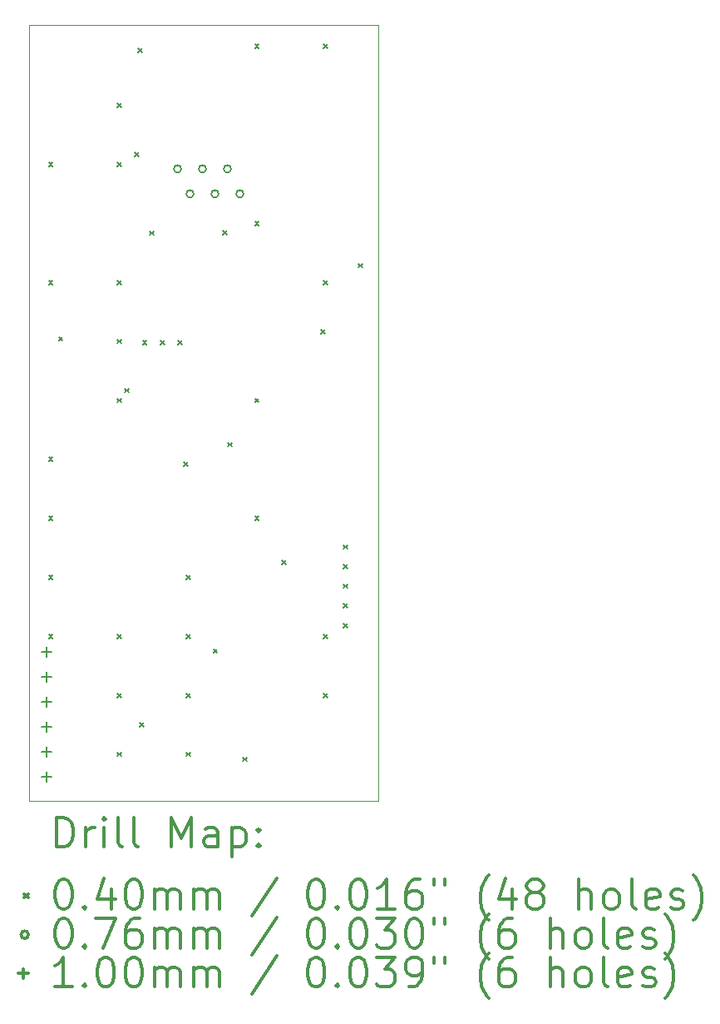
<source format=gbr>
%FSLAX45Y45*%
G04 Gerber Fmt 4.5, Leading zero omitted, Abs format (unit mm)*
G04 Created by KiCad (PCBNEW (5.1.7)-1) date 2021-04-23 15:20:27*
%MOMM*%
%LPD*%
G01*
G04 APERTURE LIST*
%TA.AperFunction,Profile*%
%ADD10C,0.050000*%
%TD*%
%ADD11C,0.200000*%
%ADD12C,0.300000*%
G04 APERTURE END LIST*
D10*
X6600000Y-6530000D02*
X6600000Y-7075000D01*
X10160000Y-7075000D02*
X10160000Y-6530000D01*
X10160000Y-6530000D02*
X10100000Y-6530000D01*
X10100000Y-14425000D02*
X10160000Y-14425000D01*
X6600000Y-6530000D02*
X10100000Y-6530000D01*
X6600000Y-14425000D02*
X10100000Y-14425000D01*
X10160000Y-14425000D02*
X10160000Y-7075000D01*
X6600000Y-7075000D02*
X6600000Y-14425000D01*
D11*
X6805000Y-7930000D02*
X6845000Y-7970000D01*
X6845000Y-7930000D02*
X6805000Y-7970000D01*
X6805000Y-9130000D02*
X6845000Y-9170000D01*
X6845000Y-9130000D02*
X6805000Y-9170000D01*
X6805000Y-10930000D02*
X6845000Y-10970000D01*
X6845000Y-10930000D02*
X6805000Y-10970000D01*
X6805000Y-11530000D02*
X6845000Y-11570000D01*
X6845000Y-11530000D02*
X6805000Y-11570000D01*
X6805000Y-12130000D02*
X6845000Y-12170000D01*
X6845000Y-12130000D02*
X6805000Y-12170000D01*
X6805000Y-12730000D02*
X6845000Y-12770000D01*
X6845000Y-12730000D02*
X6805000Y-12770000D01*
X6905000Y-9705000D02*
X6945000Y-9745000D01*
X6945000Y-9705000D02*
X6905000Y-9745000D01*
X7505000Y-7330000D02*
X7545000Y-7370000D01*
X7545000Y-7330000D02*
X7505000Y-7370000D01*
X7505000Y-7930000D02*
X7545000Y-7970000D01*
X7545000Y-7930000D02*
X7505000Y-7970000D01*
X7505000Y-9130000D02*
X7545000Y-9170000D01*
X7545000Y-9130000D02*
X7505000Y-9170000D01*
X7505000Y-9730000D02*
X7545000Y-9770000D01*
X7545000Y-9730000D02*
X7505000Y-9770000D01*
X7505000Y-10330000D02*
X7545000Y-10370000D01*
X7545000Y-10330000D02*
X7505000Y-10370000D01*
X7505000Y-12730000D02*
X7545000Y-12770000D01*
X7545000Y-12730000D02*
X7505000Y-12770000D01*
X7505000Y-13330000D02*
X7545000Y-13370000D01*
X7545000Y-13330000D02*
X7505000Y-13370000D01*
X7505000Y-13930000D02*
X7545000Y-13970000D01*
X7545000Y-13930000D02*
X7505000Y-13970000D01*
X7580000Y-10230000D02*
X7620000Y-10270000D01*
X7620000Y-10230000D02*
X7580000Y-10270000D01*
X7680000Y-7830000D02*
X7720000Y-7870000D01*
X7720000Y-7830000D02*
X7680000Y-7870000D01*
X7715000Y-6770000D02*
X7755000Y-6810000D01*
X7755000Y-6770000D02*
X7715000Y-6810000D01*
X7730000Y-13630000D02*
X7770000Y-13670000D01*
X7770000Y-13630000D02*
X7730000Y-13670000D01*
X7760000Y-9740000D02*
X7800000Y-9780000D01*
X7800000Y-9740000D02*
X7760000Y-9780000D01*
X7830000Y-8630000D02*
X7870000Y-8670000D01*
X7870000Y-8630000D02*
X7830000Y-8670000D01*
X7940000Y-9740000D02*
X7980000Y-9780000D01*
X7980000Y-9740000D02*
X7940000Y-9780000D01*
X8120000Y-9740000D02*
X8160000Y-9780000D01*
X8160000Y-9740000D02*
X8120000Y-9780000D01*
X8180000Y-10980000D02*
X8220000Y-11020000D01*
X8220000Y-10980000D02*
X8180000Y-11020000D01*
X8205000Y-12130000D02*
X8245000Y-12170000D01*
X8245000Y-12130000D02*
X8205000Y-12170000D01*
X8205000Y-12730000D02*
X8245000Y-12770000D01*
X8245000Y-12730000D02*
X8205000Y-12770000D01*
X8205000Y-13330000D02*
X8245000Y-13370000D01*
X8245000Y-13330000D02*
X8205000Y-13370000D01*
X8205000Y-13930000D02*
X8245000Y-13970000D01*
X8245000Y-13930000D02*
X8205000Y-13970000D01*
X8480000Y-12880000D02*
X8520000Y-12920000D01*
X8520000Y-12880000D02*
X8480000Y-12920000D01*
X8580000Y-8625000D02*
X8620000Y-8665000D01*
X8620000Y-8625000D02*
X8580000Y-8665000D01*
X8630000Y-10780000D02*
X8670000Y-10820000D01*
X8670000Y-10780000D02*
X8630000Y-10820000D01*
X8780000Y-13980000D02*
X8820000Y-14020000D01*
X8820000Y-13980000D02*
X8780000Y-14020000D01*
X8905000Y-6730000D02*
X8945000Y-6770000D01*
X8945000Y-6730000D02*
X8905000Y-6770000D01*
X8905000Y-8530000D02*
X8945000Y-8570000D01*
X8945000Y-8530000D02*
X8905000Y-8570000D01*
X8905000Y-10330000D02*
X8945000Y-10370000D01*
X8945000Y-10330000D02*
X8905000Y-10370000D01*
X8905000Y-11530000D02*
X8945000Y-11570000D01*
X8945000Y-11530000D02*
X8905000Y-11570000D01*
X9180000Y-11980000D02*
X9220000Y-12020000D01*
X9220000Y-11980000D02*
X9180000Y-12020000D01*
X9580000Y-9630000D02*
X9620000Y-9670000D01*
X9620000Y-9630000D02*
X9580000Y-9670000D01*
X9605000Y-6730000D02*
X9645000Y-6770000D01*
X9645000Y-6730000D02*
X9605000Y-6770000D01*
X9605000Y-9130000D02*
X9645000Y-9170000D01*
X9645000Y-9130000D02*
X9605000Y-9170000D01*
X9605000Y-12730000D02*
X9645000Y-12770000D01*
X9645000Y-12730000D02*
X9605000Y-12770000D01*
X9605000Y-13330000D02*
X9645000Y-13370000D01*
X9645000Y-13330000D02*
X9605000Y-13370000D01*
X9807501Y-11820000D02*
X9847501Y-11860000D01*
X9847501Y-11820000D02*
X9807501Y-11860000D01*
X9807501Y-12020000D02*
X9847501Y-12060000D01*
X9847501Y-12020000D02*
X9807501Y-12060000D01*
X9807501Y-12220000D02*
X9847501Y-12260000D01*
X9847501Y-12220000D02*
X9807501Y-12260000D01*
X9807501Y-12420000D02*
X9847501Y-12460000D01*
X9847501Y-12420000D02*
X9807501Y-12460000D01*
X9807501Y-12620000D02*
X9847501Y-12660000D01*
X9847501Y-12620000D02*
X9807501Y-12660000D01*
X9960000Y-8960000D02*
X10000000Y-9000000D01*
X10000000Y-8960000D02*
X9960000Y-9000000D01*
X8153000Y-7996000D02*
G75*
G03*
X8153000Y-7996000I-38000J0D01*
G01*
X8280000Y-8250000D02*
G75*
G03*
X8280000Y-8250000I-38000J0D01*
G01*
X8407000Y-7996000D02*
G75*
G03*
X8407000Y-7996000I-38000J0D01*
G01*
X8534000Y-8250000D02*
G75*
G03*
X8534000Y-8250000I-38000J0D01*
G01*
X8661000Y-7996000D02*
G75*
G03*
X8661000Y-7996000I-38000J0D01*
G01*
X8788000Y-8250000D02*
G75*
G03*
X8788000Y-8250000I-38000J0D01*
G01*
X6780000Y-12855000D02*
X6780000Y-12955000D01*
X6730000Y-12905000D02*
X6830000Y-12905000D01*
X6780000Y-13109000D02*
X6780000Y-13209000D01*
X6730000Y-13159000D02*
X6830000Y-13159000D01*
X6780000Y-13363000D02*
X6780000Y-13463000D01*
X6730000Y-13413000D02*
X6830000Y-13413000D01*
X6780000Y-13617000D02*
X6780000Y-13717000D01*
X6730000Y-13667000D02*
X6830000Y-13667000D01*
X6780000Y-13871000D02*
X6780000Y-13971000D01*
X6730000Y-13921000D02*
X6830000Y-13921000D01*
X6780000Y-14125000D02*
X6780000Y-14225000D01*
X6730000Y-14175000D02*
X6830000Y-14175000D01*
D12*
X6883928Y-14893214D02*
X6883928Y-14593214D01*
X6955357Y-14593214D01*
X6998214Y-14607500D01*
X7026786Y-14636071D01*
X7041071Y-14664643D01*
X7055357Y-14721786D01*
X7055357Y-14764643D01*
X7041071Y-14821786D01*
X7026786Y-14850357D01*
X6998214Y-14878929D01*
X6955357Y-14893214D01*
X6883928Y-14893214D01*
X7183928Y-14893214D02*
X7183928Y-14693214D01*
X7183928Y-14750357D02*
X7198214Y-14721786D01*
X7212500Y-14707500D01*
X7241071Y-14693214D01*
X7269643Y-14693214D01*
X7369643Y-14893214D02*
X7369643Y-14693214D01*
X7369643Y-14593214D02*
X7355357Y-14607500D01*
X7369643Y-14621786D01*
X7383928Y-14607500D01*
X7369643Y-14593214D01*
X7369643Y-14621786D01*
X7555357Y-14893214D02*
X7526786Y-14878929D01*
X7512500Y-14850357D01*
X7512500Y-14593214D01*
X7712500Y-14893214D02*
X7683928Y-14878929D01*
X7669643Y-14850357D01*
X7669643Y-14593214D01*
X8055357Y-14893214D02*
X8055357Y-14593214D01*
X8155357Y-14807500D01*
X8255357Y-14593214D01*
X8255357Y-14893214D01*
X8526786Y-14893214D02*
X8526786Y-14736071D01*
X8512500Y-14707500D01*
X8483928Y-14693214D01*
X8426786Y-14693214D01*
X8398214Y-14707500D01*
X8526786Y-14878929D02*
X8498214Y-14893214D01*
X8426786Y-14893214D01*
X8398214Y-14878929D01*
X8383928Y-14850357D01*
X8383928Y-14821786D01*
X8398214Y-14793214D01*
X8426786Y-14778929D01*
X8498214Y-14778929D01*
X8526786Y-14764643D01*
X8669643Y-14693214D02*
X8669643Y-14993214D01*
X8669643Y-14707500D02*
X8698214Y-14693214D01*
X8755357Y-14693214D01*
X8783928Y-14707500D01*
X8798214Y-14721786D01*
X8812500Y-14750357D01*
X8812500Y-14836071D01*
X8798214Y-14864643D01*
X8783928Y-14878929D01*
X8755357Y-14893214D01*
X8698214Y-14893214D01*
X8669643Y-14878929D01*
X8941071Y-14864643D02*
X8955357Y-14878929D01*
X8941071Y-14893214D01*
X8926786Y-14878929D01*
X8941071Y-14864643D01*
X8941071Y-14893214D01*
X8941071Y-14707500D02*
X8955357Y-14721786D01*
X8941071Y-14736071D01*
X8926786Y-14721786D01*
X8941071Y-14707500D01*
X8941071Y-14736071D01*
X6557500Y-15367500D02*
X6597500Y-15407500D01*
X6597500Y-15367500D02*
X6557500Y-15407500D01*
X6941071Y-15223214D02*
X6969643Y-15223214D01*
X6998214Y-15237500D01*
X7012500Y-15251786D01*
X7026786Y-15280357D01*
X7041071Y-15337500D01*
X7041071Y-15408929D01*
X7026786Y-15466071D01*
X7012500Y-15494643D01*
X6998214Y-15508929D01*
X6969643Y-15523214D01*
X6941071Y-15523214D01*
X6912500Y-15508929D01*
X6898214Y-15494643D01*
X6883928Y-15466071D01*
X6869643Y-15408929D01*
X6869643Y-15337500D01*
X6883928Y-15280357D01*
X6898214Y-15251786D01*
X6912500Y-15237500D01*
X6941071Y-15223214D01*
X7169643Y-15494643D02*
X7183928Y-15508929D01*
X7169643Y-15523214D01*
X7155357Y-15508929D01*
X7169643Y-15494643D01*
X7169643Y-15523214D01*
X7441071Y-15323214D02*
X7441071Y-15523214D01*
X7369643Y-15208929D02*
X7298214Y-15423214D01*
X7483928Y-15423214D01*
X7655357Y-15223214D02*
X7683928Y-15223214D01*
X7712500Y-15237500D01*
X7726786Y-15251786D01*
X7741071Y-15280357D01*
X7755357Y-15337500D01*
X7755357Y-15408929D01*
X7741071Y-15466071D01*
X7726786Y-15494643D01*
X7712500Y-15508929D01*
X7683928Y-15523214D01*
X7655357Y-15523214D01*
X7626786Y-15508929D01*
X7612500Y-15494643D01*
X7598214Y-15466071D01*
X7583928Y-15408929D01*
X7583928Y-15337500D01*
X7598214Y-15280357D01*
X7612500Y-15251786D01*
X7626786Y-15237500D01*
X7655357Y-15223214D01*
X7883928Y-15523214D02*
X7883928Y-15323214D01*
X7883928Y-15351786D02*
X7898214Y-15337500D01*
X7926786Y-15323214D01*
X7969643Y-15323214D01*
X7998214Y-15337500D01*
X8012500Y-15366071D01*
X8012500Y-15523214D01*
X8012500Y-15366071D02*
X8026786Y-15337500D01*
X8055357Y-15323214D01*
X8098214Y-15323214D01*
X8126786Y-15337500D01*
X8141071Y-15366071D01*
X8141071Y-15523214D01*
X8283928Y-15523214D02*
X8283928Y-15323214D01*
X8283928Y-15351786D02*
X8298214Y-15337500D01*
X8326786Y-15323214D01*
X8369643Y-15323214D01*
X8398214Y-15337500D01*
X8412500Y-15366071D01*
X8412500Y-15523214D01*
X8412500Y-15366071D02*
X8426786Y-15337500D01*
X8455357Y-15323214D01*
X8498214Y-15323214D01*
X8526786Y-15337500D01*
X8541071Y-15366071D01*
X8541071Y-15523214D01*
X9126786Y-15208929D02*
X8869643Y-15594643D01*
X9512500Y-15223214D02*
X9541071Y-15223214D01*
X9569643Y-15237500D01*
X9583928Y-15251786D01*
X9598214Y-15280357D01*
X9612500Y-15337500D01*
X9612500Y-15408929D01*
X9598214Y-15466071D01*
X9583928Y-15494643D01*
X9569643Y-15508929D01*
X9541071Y-15523214D01*
X9512500Y-15523214D01*
X9483928Y-15508929D01*
X9469643Y-15494643D01*
X9455357Y-15466071D01*
X9441071Y-15408929D01*
X9441071Y-15337500D01*
X9455357Y-15280357D01*
X9469643Y-15251786D01*
X9483928Y-15237500D01*
X9512500Y-15223214D01*
X9741071Y-15494643D02*
X9755357Y-15508929D01*
X9741071Y-15523214D01*
X9726786Y-15508929D01*
X9741071Y-15494643D01*
X9741071Y-15523214D01*
X9941071Y-15223214D02*
X9969643Y-15223214D01*
X9998214Y-15237500D01*
X10012500Y-15251786D01*
X10026786Y-15280357D01*
X10041071Y-15337500D01*
X10041071Y-15408929D01*
X10026786Y-15466071D01*
X10012500Y-15494643D01*
X9998214Y-15508929D01*
X9969643Y-15523214D01*
X9941071Y-15523214D01*
X9912500Y-15508929D01*
X9898214Y-15494643D01*
X9883928Y-15466071D01*
X9869643Y-15408929D01*
X9869643Y-15337500D01*
X9883928Y-15280357D01*
X9898214Y-15251786D01*
X9912500Y-15237500D01*
X9941071Y-15223214D01*
X10326786Y-15523214D02*
X10155357Y-15523214D01*
X10241071Y-15523214D02*
X10241071Y-15223214D01*
X10212500Y-15266071D01*
X10183928Y-15294643D01*
X10155357Y-15308929D01*
X10583928Y-15223214D02*
X10526786Y-15223214D01*
X10498214Y-15237500D01*
X10483928Y-15251786D01*
X10455357Y-15294643D01*
X10441071Y-15351786D01*
X10441071Y-15466071D01*
X10455357Y-15494643D01*
X10469643Y-15508929D01*
X10498214Y-15523214D01*
X10555357Y-15523214D01*
X10583928Y-15508929D01*
X10598214Y-15494643D01*
X10612500Y-15466071D01*
X10612500Y-15394643D01*
X10598214Y-15366071D01*
X10583928Y-15351786D01*
X10555357Y-15337500D01*
X10498214Y-15337500D01*
X10469643Y-15351786D01*
X10455357Y-15366071D01*
X10441071Y-15394643D01*
X10726786Y-15223214D02*
X10726786Y-15280357D01*
X10841071Y-15223214D02*
X10841071Y-15280357D01*
X11283928Y-15637500D02*
X11269643Y-15623214D01*
X11241071Y-15580357D01*
X11226786Y-15551786D01*
X11212500Y-15508929D01*
X11198214Y-15437500D01*
X11198214Y-15380357D01*
X11212500Y-15308929D01*
X11226786Y-15266071D01*
X11241071Y-15237500D01*
X11269643Y-15194643D01*
X11283928Y-15180357D01*
X11526786Y-15323214D02*
X11526786Y-15523214D01*
X11455357Y-15208929D02*
X11383928Y-15423214D01*
X11569643Y-15423214D01*
X11726786Y-15351786D02*
X11698214Y-15337500D01*
X11683928Y-15323214D01*
X11669643Y-15294643D01*
X11669643Y-15280357D01*
X11683928Y-15251786D01*
X11698214Y-15237500D01*
X11726786Y-15223214D01*
X11783928Y-15223214D01*
X11812500Y-15237500D01*
X11826786Y-15251786D01*
X11841071Y-15280357D01*
X11841071Y-15294643D01*
X11826786Y-15323214D01*
X11812500Y-15337500D01*
X11783928Y-15351786D01*
X11726786Y-15351786D01*
X11698214Y-15366071D01*
X11683928Y-15380357D01*
X11669643Y-15408929D01*
X11669643Y-15466071D01*
X11683928Y-15494643D01*
X11698214Y-15508929D01*
X11726786Y-15523214D01*
X11783928Y-15523214D01*
X11812500Y-15508929D01*
X11826786Y-15494643D01*
X11841071Y-15466071D01*
X11841071Y-15408929D01*
X11826786Y-15380357D01*
X11812500Y-15366071D01*
X11783928Y-15351786D01*
X12198214Y-15523214D02*
X12198214Y-15223214D01*
X12326786Y-15523214D02*
X12326786Y-15366071D01*
X12312500Y-15337500D01*
X12283928Y-15323214D01*
X12241071Y-15323214D01*
X12212500Y-15337500D01*
X12198214Y-15351786D01*
X12512500Y-15523214D02*
X12483928Y-15508929D01*
X12469643Y-15494643D01*
X12455357Y-15466071D01*
X12455357Y-15380357D01*
X12469643Y-15351786D01*
X12483928Y-15337500D01*
X12512500Y-15323214D01*
X12555357Y-15323214D01*
X12583928Y-15337500D01*
X12598214Y-15351786D01*
X12612500Y-15380357D01*
X12612500Y-15466071D01*
X12598214Y-15494643D01*
X12583928Y-15508929D01*
X12555357Y-15523214D01*
X12512500Y-15523214D01*
X12783928Y-15523214D02*
X12755357Y-15508929D01*
X12741071Y-15480357D01*
X12741071Y-15223214D01*
X13012500Y-15508929D02*
X12983928Y-15523214D01*
X12926786Y-15523214D01*
X12898214Y-15508929D01*
X12883928Y-15480357D01*
X12883928Y-15366071D01*
X12898214Y-15337500D01*
X12926786Y-15323214D01*
X12983928Y-15323214D01*
X13012500Y-15337500D01*
X13026786Y-15366071D01*
X13026786Y-15394643D01*
X12883928Y-15423214D01*
X13141071Y-15508929D02*
X13169643Y-15523214D01*
X13226786Y-15523214D01*
X13255357Y-15508929D01*
X13269643Y-15480357D01*
X13269643Y-15466071D01*
X13255357Y-15437500D01*
X13226786Y-15423214D01*
X13183928Y-15423214D01*
X13155357Y-15408929D01*
X13141071Y-15380357D01*
X13141071Y-15366071D01*
X13155357Y-15337500D01*
X13183928Y-15323214D01*
X13226786Y-15323214D01*
X13255357Y-15337500D01*
X13369643Y-15637500D02*
X13383928Y-15623214D01*
X13412500Y-15580357D01*
X13426786Y-15551786D01*
X13441071Y-15508929D01*
X13455357Y-15437500D01*
X13455357Y-15380357D01*
X13441071Y-15308929D01*
X13426786Y-15266071D01*
X13412500Y-15237500D01*
X13383928Y-15194643D01*
X13369643Y-15180357D01*
X6597500Y-15783500D02*
G75*
G03*
X6597500Y-15783500I-38000J0D01*
G01*
X6941071Y-15619214D02*
X6969643Y-15619214D01*
X6998214Y-15633500D01*
X7012500Y-15647786D01*
X7026786Y-15676357D01*
X7041071Y-15733500D01*
X7041071Y-15804929D01*
X7026786Y-15862071D01*
X7012500Y-15890643D01*
X6998214Y-15904929D01*
X6969643Y-15919214D01*
X6941071Y-15919214D01*
X6912500Y-15904929D01*
X6898214Y-15890643D01*
X6883928Y-15862071D01*
X6869643Y-15804929D01*
X6869643Y-15733500D01*
X6883928Y-15676357D01*
X6898214Y-15647786D01*
X6912500Y-15633500D01*
X6941071Y-15619214D01*
X7169643Y-15890643D02*
X7183928Y-15904929D01*
X7169643Y-15919214D01*
X7155357Y-15904929D01*
X7169643Y-15890643D01*
X7169643Y-15919214D01*
X7283928Y-15619214D02*
X7483928Y-15619214D01*
X7355357Y-15919214D01*
X7726786Y-15619214D02*
X7669643Y-15619214D01*
X7641071Y-15633500D01*
X7626786Y-15647786D01*
X7598214Y-15690643D01*
X7583928Y-15747786D01*
X7583928Y-15862071D01*
X7598214Y-15890643D01*
X7612500Y-15904929D01*
X7641071Y-15919214D01*
X7698214Y-15919214D01*
X7726786Y-15904929D01*
X7741071Y-15890643D01*
X7755357Y-15862071D01*
X7755357Y-15790643D01*
X7741071Y-15762071D01*
X7726786Y-15747786D01*
X7698214Y-15733500D01*
X7641071Y-15733500D01*
X7612500Y-15747786D01*
X7598214Y-15762071D01*
X7583928Y-15790643D01*
X7883928Y-15919214D02*
X7883928Y-15719214D01*
X7883928Y-15747786D02*
X7898214Y-15733500D01*
X7926786Y-15719214D01*
X7969643Y-15719214D01*
X7998214Y-15733500D01*
X8012500Y-15762071D01*
X8012500Y-15919214D01*
X8012500Y-15762071D02*
X8026786Y-15733500D01*
X8055357Y-15719214D01*
X8098214Y-15719214D01*
X8126786Y-15733500D01*
X8141071Y-15762071D01*
X8141071Y-15919214D01*
X8283928Y-15919214D02*
X8283928Y-15719214D01*
X8283928Y-15747786D02*
X8298214Y-15733500D01*
X8326786Y-15719214D01*
X8369643Y-15719214D01*
X8398214Y-15733500D01*
X8412500Y-15762071D01*
X8412500Y-15919214D01*
X8412500Y-15762071D02*
X8426786Y-15733500D01*
X8455357Y-15719214D01*
X8498214Y-15719214D01*
X8526786Y-15733500D01*
X8541071Y-15762071D01*
X8541071Y-15919214D01*
X9126786Y-15604929D02*
X8869643Y-15990643D01*
X9512500Y-15619214D02*
X9541071Y-15619214D01*
X9569643Y-15633500D01*
X9583928Y-15647786D01*
X9598214Y-15676357D01*
X9612500Y-15733500D01*
X9612500Y-15804929D01*
X9598214Y-15862071D01*
X9583928Y-15890643D01*
X9569643Y-15904929D01*
X9541071Y-15919214D01*
X9512500Y-15919214D01*
X9483928Y-15904929D01*
X9469643Y-15890643D01*
X9455357Y-15862071D01*
X9441071Y-15804929D01*
X9441071Y-15733500D01*
X9455357Y-15676357D01*
X9469643Y-15647786D01*
X9483928Y-15633500D01*
X9512500Y-15619214D01*
X9741071Y-15890643D02*
X9755357Y-15904929D01*
X9741071Y-15919214D01*
X9726786Y-15904929D01*
X9741071Y-15890643D01*
X9741071Y-15919214D01*
X9941071Y-15619214D02*
X9969643Y-15619214D01*
X9998214Y-15633500D01*
X10012500Y-15647786D01*
X10026786Y-15676357D01*
X10041071Y-15733500D01*
X10041071Y-15804929D01*
X10026786Y-15862071D01*
X10012500Y-15890643D01*
X9998214Y-15904929D01*
X9969643Y-15919214D01*
X9941071Y-15919214D01*
X9912500Y-15904929D01*
X9898214Y-15890643D01*
X9883928Y-15862071D01*
X9869643Y-15804929D01*
X9869643Y-15733500D01*
X9883928Y-15676357D01*
X9898214Y-15647786D01*
X9912500Y-15633500D01*
X9941071Y-15619214D01*
X10141071Y-15619214D02*
X10326786Y-15619214D01*
X10226786Y-15733500D01*
X10269643Y-15733500D01*
X10298214Y-15747786D01*
X10312500Y-15762071D01*
X10326786Y-15790643D01*
X10326786Y-15862071D01*
X10312500Y-15890643D01*
X10298214Y-15904929D01*
X10269643Y-15919214D01*
X10183928Y-15919214D01*
X10155357Y-15904929D01*
X10141071Y-15890643D01*
X10512500Y-15619214D02*
X10541071Y-15619214D01*
X10569643Y-15633500D01*
X10583928Y-15647786D01*
X10598214Y-15676357D01*
X10612500Y-15733500D01*
X10612500Y-15804929D01*
X10598214Y-15862071D01*
X10583928Y-15890643D01*
X10569643Y-15904929D01*
X10541071Y-15919214D01*
X10512500Y-15919214D01*
X10483928Y-15904929D01*
X10469643Y-15890643D01*
X10455357Y-15862071D01*
X10441071Y-15804929D01*
X10441071Y-15733500D01*
X10455357Y-15676357D01*
X10469643Y-15647786D01*
X10483928Y-15633500D01*
X10512500Y-15619214D01*
X10726786Y-15619214D02*
X10726786Y-15676357D01*
X10841071Y-15619214D02*
X10841071Y-15676357D01*
X11283928Y-16033500D02*
X11269643Y-16019214D01*
X11241071Y-15976357D01*
X11226786Y-15947786D01*
X11212500Y-15904929D01*
X11198214Y-15833500D01*
X11198214Y-15776357D01*
X11212500Y-15704929D01*
X11226786Y-15662071D01*
X11241071Y-15633500D01*
X11269643Y-15590643D01*
X11283928Y-15576357D01*
X11526786Y-15619214D02*
X11469643Y-15619214D01*
X11441071Y-15633500D01*
X11426786Y-15647786D01*
X11398214Y-15690643D01*
X11383928Y-15747786D01*
X11383928Y-15862071D01*
X11398214Y-15890643D01*
X11412500Y-15904929D01*
X11441071Y-15919214D01*
X11498214Y-15919214D01*
X11526786Y-15904929D01*
X11541071Y-15890643D01*
X11555357Y-15862071D01*
X11555357Y-15790643D01*
X11541071Y-15762071D01*
X11526786Y-15747786D01*
X11498214Y-15733500D01*
X11441071Y-15733500D01*
X11412500Y-15747786D01*
X11398214Y-15762071D01*
X11383928Y-15790643D01*
X11912500Y-15919214D02*
X11912500Y-15619214D01*
X12041071Y-15919214D02*
X12041071Y-15762071D01*
X12026786Y-15733500D01*
X11998214Y-15719214D01*
X11955357Y-15719214D01*
X11926786Y-15733500D01*
X11912500Y-15747786D01*
X12226786Y-15919214D02*
X12198214Y-15904929D01*
X12183928Y-15890643D01*
X12169643Y-15862071D01*
X12169643Y-15776357D01*
X12183928Y-15747786D01*
X12198214Y-15733500D01*
X12226786Y-15719214D01*
X12269643Y-15719214D01*
X12298214Y-15733500D01*
X12312500Y-15747786D01*
X12326786Y-15776357D01*
X12326786Y-15862071D01*
X12312500Y-15890643D01*
X12298214Y-15904929D01*
X12269643Y-15919214D01*
X12226786Y-15919214D01*
X12498214Y-15919214D02*
X12469643Y-15904929D01*
X12455357Y-15876357D01*
X12455357Y-15619214D01*
X12726786Y-15904929D02*
X12698214Y-15919214D01*
X12641071Y-15919214D01*
X12612500Y-15904929D01*
X12598214Y-15876357D01*
X12598214Y-15762071D01*
X12612500Y-15733500D01*
X12641071Y-15719214D01*
X12698214Y-15719214D01*
X12726786Y-15733500D01*
X12741071Y-15762071D01*
X12741071Y-15790643D01*
X12598214Y-15819214D01*
X12855357Y-15904929D02*
X12883928Y-15919214D01*
X12941071Y-15919214D01*
X12969643Y-15904929D01*
X12983928Y-15876357D01*
X12983928Y-15862071D01*
X12969643Y-15833500D01*
X12941071Y-15819214D01*
X12898214Y-15819214D01*
X12869643Y-15804929D01*
X12855357Y-15776357D01*
X12855357Y-15762071D01*
X12869643Y-15733500D01*
X12898214Y-15719214D01*
X12941071Y-15719214D01*
X12969643Y-15733500D01*
X13083928Y-16033500D02*
X13098214Y-16019214D01*
X13126786Y-15976357D01*
X13141071Y-15947786D01*
X13155357Y-15904929D01*
X13169643Y-15833500D01*
X13169643Y-15776357D01*
X13155357Y-15704929D01*
X13141071Y-15662071D01*
X13126786Y-15633500D01*
X13098214Y-15590643D01*
X13083928Y-15576357D01*
X6547500Y-16129500D02*
X6547500Y-16229500D01*
X6497500Y-16179500D02*
X6597500Y-16179500D01*
X7041071Y-16315214D02*
X6869643Y-16315214D01*
X6955357Y-16315214D02*
X6955357Y-16015214D01*
X6926786Y-16058071D01*
X6898214Y-16086643D01*
X6869643Y-16100929D01*
X7169643Y-16286643D02*
X7183928Y-16300929D01*
X7169643Y-16315214D01*
X7155357Y-16300929D01*
X7169643Y-16286643D01*
X7169643Y-16315214D01*
X7369643Y-16015214D02*
X7398214Y-16015214D01*
X7426786Y-16029500D01*
X7441071Y-16043786D01*
X7455357Y-16072357D01*
X7469643Y-16129500D01*
X7469643Y-16200929D01*
X7455357Y-16258071D01*
X7441071Y-16286643D01*
X7426786Y-16300929D01*
X7398214Y-16315214D01*
X7369643Y-16315214D01*
X7341071Y-16300929D01*
X7326786Y-16286643D01*
X7312500Y-16258071D01*
X7298214Y-16200929D01*
X7298214Y-16129500D01*
X7312500Y-16072357D01*
X7326786Y-16043786D01*
X7341071Y-16029500D01*
X7369643Y-16015214D01*
X7655357Y-16015214D02*
X7683928Y-16015214D01*
X7712500Y-16029500D01*
X7726786Y-16043786D01*
X7741071Y-16072357D01*
X7755357Y-16129500D01*
X7755357Y-16200929D01*
X7741071Y-16258071D01*
X7726786Y-16286643D01*
X7712500Y-16300929D01*
X7683928Y-16315214D01*
X7655357Y-16315214D01*
X7626786Y-16300929D01*
X7612500Y-16286643D01*
X7598214Y-16258071D01*
X7583928Y-16200929D01*
X7583928Y-16129500D01*
X7598214Y-16072357D01*
X7612500Y-16043786D01*
X7626786Y-16029500D01*
X7655357Y-16015214D01*
X7883928Y-16315214D02*
X7883928Y-16115214D01*
X7883928Y-16143786D02*
X7898214Y-16129500D01*
X7926786Y-16115214D01*
X7969643Y-16115214D01*
X7998214Y-16129500D01*
X8012500Y-16158071D01*
X8012500Y-16315214D01*
X8012500Y-16158071D02*
X8026786Y-16129500D01*
X8055357Y-16115214D01*
X8098214Y-16115214D01*
X8126786Y-16129500D01*
X8141071Y-16158071D01*
X8141071Y-16315214D01*
X8283928Y-16315214D02*
X8283928Y-16115214D01*
X8283928Y-16143786D02*
X8298214Y-16129500D01*
X8326786Y-16115214D01*
X8369643Y-16115214D01*
X8398214Y-16129500D01*
X8412500Y-16158071D01*
X8412500Y-16315214D01*
X8412500Y-16158071D02*
X8426786Y-16129500D01*
X8455357Y-16115214D01*
X8498214Y-16115214D01*
X8526786Y-16129500D01*
X8541071Y-16158071D01*
X8541071Y-16315214D01*
X9126786Y-16000929D02*
X8869643Y-16386643D01*
X9512500Y-16015214D02*
X9541071Y-16015214D01*
X9569643Y-16029500D01*
X9583928Y-16043786D01*
X9598214Y-16072357D01*
X9612500Y-16129500D01*
X9612500Y-16200929D01*
X9598214Y-16258071D01*
X9583928Y-16286643D01*
X9569643Y-16300929D01*
X9541071Y-16315214D01*
X9512500Y-16315214D01*
X9483928Y-16300929D01*
X9469643Y-16286643D01*
X9455357Y-16258071D01*
X9441071Y-16200929D01*
X9441071Y-16129500D01*
X9455357Y-16072357D01*
X9469643Y-16043786D01*
X9483928Y-16029500D01*
X9512500Y-16015214D01*
X9741071Y-16286643D02*
X9755357Y-16300929D01*
X9741071Y-16315214D01*
X9726786Y-16300929D01*
X9741071Y-16286643D01*
X9741071Y-16315214D01*
X9941071Y-16015214D02*
X9969643Y-16015214D01*
X9998214Y-16029500D01*
X10012500Y-16043786D01*
X10026786Y-16072357D01*
X10041071Y-16129500D01*
X10041071Y-16200929D01*
X10026786Y-16258071D01*
X10012500Y-16286643D01*
X9998214Y-16300929D01*
X9969643Y-16315214D01*
X9941071Y-16315214D01*
X9912500Y-16300929D01*
X9898214Y-16286643D01*
X9883928Y-16258071D01*
X9869643Y-16200929D01*
X9869643Y-16129500D01*
X9883928Y-16072357D01*
X9898214Y-16043786D01*
X9912500Y-16029500D01*
X9941071Y-16015214D01*
X10141071Y-16015214D02*
X10326786Y-16015214D01*
X10226786Y-16129500D01*
X10269643Y-16129500D01*
X10298214Y-16143786D01*
X10312500Y-16158071D01*
X10326786Y-16186643D01*
X10326786Y-16258071D01*
X10312500Y-16286643D01*
X10298214Y-16300929D01*
X10269643Y-16315214D01*
X10183928Y-16315214D01*
X10155357Y-16300929D01*
X10141071Y-16286643D01*
X10469643Y-16315214D02*
X10526786Y-16315214D01*
X10555357Y-16300929D01*
X10569643Y-16286643D01*
X10598214Y-16243786D01*
X10612500Y-16186643D01*
X10612500Y-16072357D01*
X10598214Y-16043786D01*
X10583928Y-16029500D01*
X10555357Y-16015214D01*
X10498214Y-16015214D01*
X10469643Y-16029500D01*
X10455357Y-16043786D01*
X10441071Y-16072357D01*
X10441071Y-16143786D01*
X10455357Y-16172357D01*
X10469643Y-16186643D01*
X10498214Y-16200929D01*
X10555357Y-16200929D01*
X10583928Y-16186643D01*
X10598214Y-16172357D01*
X10612500Y-16143786D01*
X10726786Y-16015214D02*
X10726786Y-16072357D01*
X10841071Y-16015214D02*
X10841071Y-16072357D01*
X11283928Y-16429500D02*
X11269643Y-16415214D01*
X11241071Y-16372357D01*
X11226786Y-16343786D01*
X11212500Y-16300929D01*
X11198214Y-16229500D01*
X11198214Y-16172357D01*
X11212500Y-16100929D01*
X11226786Y-16058071D01*
X11241071Y-16029500D01*
X11269643Y-15986643D01*
X11283928Y-15972357D01*
X11526786Y-16015214D02*
X11469643Y-16015214D01*
X11441071Y-16029500D01*
X11426786Y-16043786D01*
X11398214Y-16086643D01*
X11383928Y-16143786D01*
X11383928Y-16258071D01*
X11398214Y-16286643D01*
X11412500Y-16300929D01*
X11441071Y-16315214D01*
X11498214Y-16315214D01*
X11526786Y-16300929D01*
X11541071Y-16286643D01*
X11555357Y-16258071D01*
X11555357Y-16186643D01*
X11541071Y-16158071D01*
X11526786Y-16143786D01*
X11498214Y-16129500D01*
X11441071Y-16129500D01*
X11412500Y-16143786D01*
X11398214Y-16158071D01*
X11383928Y-16186643D01*
X11912500Y-16315214D02*
X11912500Y-16015214D01*
X12041071Y-16315214D02*
X12041071Y-16158071D01*
X12026786Y-16129500D01*
X11998214Y-16115214D01*
X11955357Y-16115214D01*
X11926786Y-16129500D01*
X11912500Y-16143786D01*
X12226786Y-16315214D02*
X12198214Y-16300929D01*
X12183928Y-16286643D01*
X12169643Y-16258071D01*
X12169643Y-16172357D01*
X12183928Y-16143786D01*
X12198214Y-16129500D01*
X12226786Y-16115214D01*
X12269643Y-16115214D01*
X12298214Y-16129500D01*
X12312500Y-16143786D01*
X12326786Y-16172357D01*
X12326786Y-16258071D01*
X12312500Y-16286643D01*
X12298214Y-16300929D01*
X12269643Y-16315214D01*
X12226786Y-16315214D01*
X12498214Y-16315214D02*
X12469643Y-16300929D01*
X12455357Y-16272357D01*
X12455357Y-16015214D01*
X12726786Y-16300929D02*
X12698214Y-16315214D01*
X12641071Y-16315214D01*
X12612500Y-16300929D01*
X12598214Y-16272357D01*
X12598214Y-16158071D01*
X12612500Y-16129500D01*
X12641071Y-16115214D01*
X12698214Y-16115214D01*
X12726786Y-16129500D01*
X12741071Y-16158071D01*
X12741071Y-16186643D01*
X12598214Y-16215214D01*
X12855357Y-16300929D02*
X12883928Y-16315214D01*
X12941071Y-16315214D01*
X12969643Y-16300929D01*
X12983928Y-16272357D01*
X12983928Y-16258071D01*
X12969643Y-16229500D01*
X12941071Y-16215214D01*
X12898214Y-16215214D01*
X12869643Y-16200929D01*
X12855357Y-16172357D01*
X12855357Y-16158071D01*
X12869643Y-16129500D01*
X12898214Y-16115214D01*
X12941071Y-16115214D01*
X12969643Y-16129500D01*
X13083928Y-16429500D02*
X13098214Y-16415214D01*
X13126786Y-16372357D01*
X13141071Y-16343786D01*
X13155357Y-16300929D01*
X13169643Y-16229500D01*
X13169643Y-16172357D01*
X13155357Y-16100929D01*
X13141071Y-16058071D01*
X13126786Y-16029500D01*
X13098214Y-15986643D01*
X13083928Y-15972357D01*
M02*

</source>
